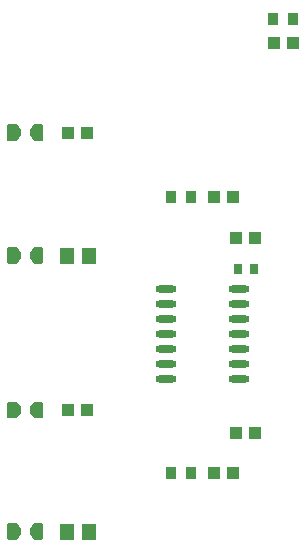
<source format=gtp>
G04 Layer: TopPasteMaskLayer*
G04 Panelize: V-CUT, Column: 2, Row: 2, Board Size: 58.42mm x 58.42mm, Panelized Board Size: 118.84mm x 118.84mm*
G04 EasyEDA v6.5.32, 2023-07-30 20:53:33*
G04 c3515dc738d34e5298cd013e7790fecd,5a6b42c53f6a479593ecc07194224c93,10*
G04 Gerber Generator version 0.2*
G04 Scale: 100 percent, Rotated: No, Reflected: No *
G04 Dimensions in millimeters *
G04 leading zeros omitted , absolute positions ,4 integer and 5 decimal *
%FSLAX45Y45*%
%MOMM*%

%ADD10R,1.0000X1.1000*%
%ADD11R,0.8999X1.0000*%
%ADD12R,1.3005X1.3995*%
%ADD13O,1.7999964X0.5999988*%
%ADD14R,0.8000X0.9000*%

%LPD*%
G36*
X2119223Y2329434D02*
G01*
X2080717Y2282647D01*
X2080717Y2238552D01*
X2119223Y2191766D01*
X2187956Y2191766D01*
X2197963Y2201773D01*
X2197963Y2319426D01*
X2187956Y2329434D01*
G37*
G36*
X1901443Y2329434D02*
G01*
X1891436Y2319426D01*
X1891436Y2201773D01*
X1901443Y2191766D01*
X1970176Y2191766D01*
X2008682Y2238552D01*
X2008682Y2282647D01*
X1970176Y2329434D01*
G37*
G36*
X2119223Y1300734D02*
G01*
X2080717Y1253947D01*
X2080717Y1209852D01*
X2119223Y1163066D01*
X2187956Y1163066D01*
X2197963Y1173073D01*
X2197963Y1290726D01*
X2187956Y1300734D01*
G37*
G36*
X1901443Y1300734D02*
G01*
X1891436Y1290726D01*
X1891436Y1173073D01*
X1901443Y1163066D01*
X1970176Y1163066D01*
X2008682Y1209852D01*
X2008682Y1253947D01*
X1970176Y1300734D01*
G37*
G36*
X2119223Y4678934D02*
G01*
X2080717Y4632147D01*
X2080717Y4588052D01*
X2119223Y4541266D01*
X2187956Y4541266D01*
X2197963Y4551222D01*
X2197963Y4668926D01*
X2187956Y4678934D01*
G37*
G36*
X1901443Y4678934D02*
G01*
X1891436Y4668926D01*
X1891436Y4551222D01*
X1901443Y4541266D01*
X1970176Y4541266D01*
X2008682Y4588052D01*
X2008682Y4632147D01*
X1970176Y4678934D01*
G37*
G36*
X2119223Y3637534D02*
G01*
X2080717Y3590747D01*
X2080717Y3546652D01*
X2119223Y3499865D01*
X2187956Y3499865D01*
X2197963Y3509873D01*
X2197963Y3627526D01*
X2187956Y3637534D01*
G37*
G36*
X1901443Y3637534D02*
G01*
X1891436Y3627526D01*
X1891436Y3509873D01*
X1901443Y3499865D01*
X1970176Y3499865D01*
X2008682Y3546652D01*
X2008682Y3590747D01*
X1970176Y3637534D01*
G37*
D10*
G01*
X3991609Y2070100D03*
G01*
X3831590Y2070100D03*
G01*
X3991609Y3721100D03*
G01*
X3831590Y3721100D03*
G01*
X4149090Y5372100D03*
G01*
X4309084Y5372100D03*
D11*
G01*
X4144086Y5575300D03*
G01*
X4314088Y5575300D03*
D10*
G01*
X2409215Y2260600D03*
G01*
X2569209Y2260600D03*
D12*
G01*
X2394204Y1231900D03*
G01*
X2584195Y1231900D03*
D13*
G01*
X3853306Y2527300D03*
G01*
X3853306Y2654300D03*
G01*
X3853306Y2781300D03*
G01*
X3853306Y2908300D03*
G01*
X3853306Y3035300D03*
G01*
X3853306Y3162300D03*
G01*
X3853306Y3289300D03*
G01*
X3233293Y2527300D03*
G01*
X3233293Y2654300D03*
G01*
X3233293Y2781300D03*
G01*
X3233293Y2908300D03*
G01*
X3233293Y3035300D03*
G01*
X3233293Y3162300D03*
G01*
X3233293Y3289300D03*
D14*
G01*
X3841597Y3454400D03*
G01*
X3981602Y3454400D03*
D10*
G01*
X3641090Y4063974D03*
G01*
X3801084Y4063974D03*
G01*
X3641090Y1727200D03*
G01*
X3801084Y1727200D03*
G01*
X2409215Y4610100D03*
G01*
X2569209Y4610100D03*
D12*
G01*
X2394204Y3568700D03*
G01*
X2584195Y3568700D03*
D11*
G01*
X3280486Y4063974D03*
G01*
X3450463Y4063974D03*
G01*
X3280486Y1727174D03*
G01*
X3450463Y1727174D03*
M02*

</source>
